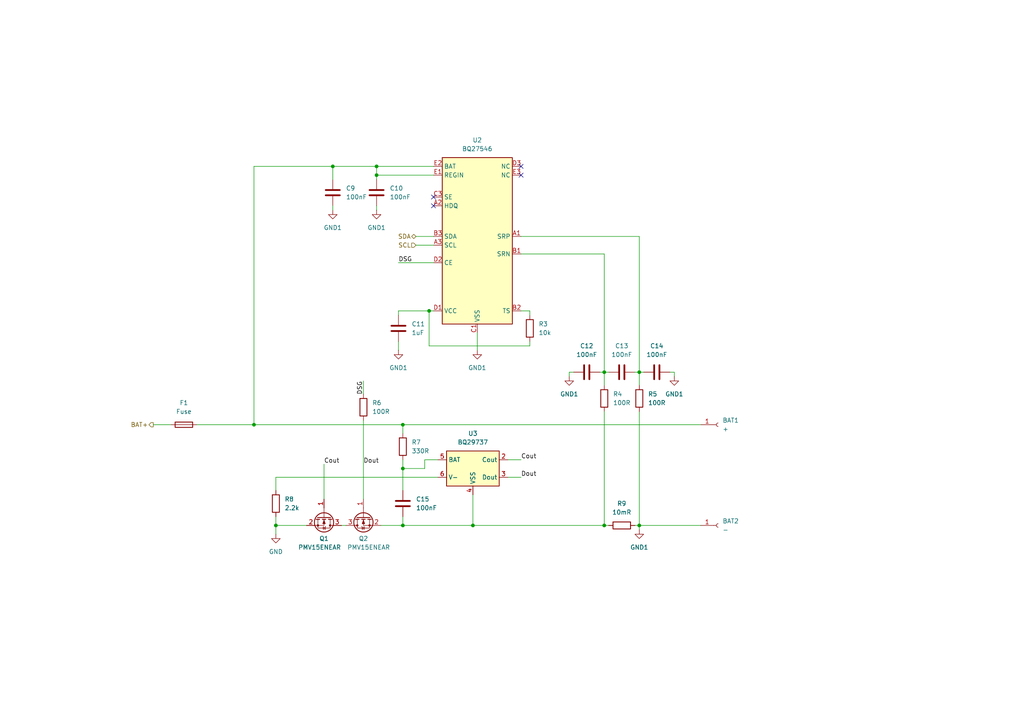
<source format=kicad_sch>
(kicad_sch (version 20231120) (generator "eeschema") (generator_version "8.0")
  (paper "A4")
  (lib_symbols
    (symbol "Battery_Management:BQ297xy"
      (property "Reference" "U" (at -6.35 6.35 0))
      (property "Value" "BQ297xy" (at 5.08 -6.35 0))
      (symbol "BQ297xy_0_1"
        (rectangle (start -7.62 5.08) (end 7.62 -5.08) (stroke (width 0.254)) (fill (type background)))
      )
      (symbol "BQ297xy_1_1"
        (pin no_connect line (at 7.62 0 180) (length 2.54) hide (name "NC") (number "1"))
        (pin output line (at 10.16 2.54 180) (length 2.54) (name "Cout") (number "2"))
        (pin output line (at 10.16 -2.54 180) (length 2.54) (name "Dout") (number "3"))
        (pin power_in line (at 0 -7.62 90) (length 2.54) (name "VSS") (number "4"))
        (pin input line (at -10.16 2.54 0) (length 2.54) (name "BAT") (number "5"))
        (pin input line (at -10.16 -2.54 0) (length 2.54) (name "V-") (number "6"))
      )
    )
    (symbol "Connector:Conn_01x01_Socket" (pin_names (offset 1.016) hide)
      (property "Reference" "J" (at 0 2.54 0))
      (property "Value" "Conn_01x01_Socket" (at 0 -2.54 0))
      (symbol "Conn_01x01_Socket_1_1"
        (polyline (pts (xy -1.27 0) (xy -0.508 0)) (stroke (width 0.1524)))
        (arc (start 0 0.508) (mid -0.5058 0) (end 0 -0.508) (stroke (width 0.1524)))
        (pin passive line (at -5.08 0 0) (length 3.81) (name "Pin_1") (number "1"))
      )
    )
    (symbol "Device:C" (pin_numbers hide) (pin_names (offset 0.254))
      (property "Reference" "C" (at 0.635 2.54 0))
      (property "Value" "C" (at 0.635 -2.54 0))
      (symbol "C_0_1"
        (polyline (pts (xy -2.032 -0.762) (xy 2.032 -0.762)) (stroke (width 0.508)))
        (polyline (pts (xy -2.032 0.762) (xy 2.032 0.762)) (stroke (width 0.508)))
      )
      (symbol "C_1_1"
        (pin passive line (at 0 3.81 270) (length 2.794) (name "~") (number "1"))
        (pin passive line (at 0 -3.81 90) (length 2.794) (name "~") (number "2"))
      )
    )
    (symbol "Device:Fuse" (pin_numbers hide) (pin_names (offset 0))
      (property "Reference" "F" (at 2.032 0 90))
      (property "Value" "Fuse" (at -1.905 0 90))
      (symbol "Fuse_0_1"
        (rectangle (start -0.762 -2.54) (end 0.762 2.54) (stroke (width 0.254)))
        (polyline (pts (xy 0 2.54) (xy 0 -2.54)))
      )
      (symbol "Fuse_1_1"
        (pin passive line (at 0 3.81 270) (length 1.27) (name "~") (number "1"))
        (pin passive line (at 0 -3.81 90) (length 1.27) (name "~") (number "2"))
      )
    )
    (symbol "Device:R" (pin_numbers hide) (pin_names (offset 0))
      (property "Reference" "R" (at 2.032 0 90))
      (property "Value" "R" (at 0 0 90))
      (symbol "R_0_1"
        (rectangle (start -1.016 -2.54) (end 1.016 2.54) (stroke (width 0.254)))
      )
      (symbol "R_1_1"
        (pin passive line (at 0 3.81 270) (length 1.27) (name "~") (number "1"))
        (pin passive line (at 0 -3.81 90) (length 1.27) (name "~") (number "2"))
      )
    )
    (symbol "Transistor_FET:2N7002" (pin_names hide)
      (property "Reference" "Q" (at 5.08 1.905 0))
      (property "Value" "2N7002" (at 5.08 0 0))
      (symbol "2N7002_0_1"
        (polyline (pts (xy 0.254 0) (xy -2.54 0)))
        (polyline (pts (xy 0.254 1.905) (xy 0.254 -1.905)) (stroke (width 0.254)))
        (polyline (pts (xy 0.762 -1.27) (xy 0.762 -2.286)) (stroke (width 0.254)))
        (polyline (pts (xy 0.762 0.508) (xy 0.762 -0.508)) (stroke (width 0.254)))
        (polyline (pts (xy 0.762 2.286) (xy 0.762 1.27)) (stroke (width 0.254)))
        (polyline (pts (xy 2.54 2.54) (xy 2.54 1.778)))
        (polyline (pts (xy 2.54 -2.54) (xy 2.54 0) (xy 0.762 0)))
        (polyline (pts (xy 0.762 -1.778) (xy 3.302 -1.778) (xy 3.302 1.778) (xy 0.762 1.778)))
        (polyline (pts (xy 1.016 0) (xy 2.032 0.381) (xy 2.032 -0.381) (xy 1.016 0)) (fill (type outline)))
        (polyline (pts (xy 2.794 0.508) (xy 2.921 0.381) (xy 3.683 0.381) (xy 3.81 0.254)))
        (polyline (pts (xy 3.302 0.381) (xy 2.921 -0.254) (xy 3.683 -0.254) (xy 3.302 0.381)))
        (circle (center 1.651 0) (radius 2.794) (stroke (width 0.254)))
        (circle (center 2.54 -1.778) (radius 0.254) (fill (type outline)))
        (circle (center 2.54 1.778) (radius 0.254) (fill (type outline)))
      )
      (symbol "2N7002_1_1"
        (pin input line (at -5.08 0 0) (length 2.54) (name "G") (number "1"))
        (pin passive line (at 2.54 -5.08 90) (length 2.54) (name "S") (number "2"))
        (pin passive line (at 2.54 5.08 270) (length 2.54) (name "D") (number "3"))
      )
    )
    (symbol "charge-ic:BQ27546"
      (property "Reference" "U" (at -8.89 26.67 0))
      (property "Value" "BQ27546" (at 6.35 26.67 0))
      (symbol "BQ27546_0_1"
        (rectangle (start -10.16 25.4) (end 10.16 -22.86) (stroke (width 0.254)) (fill (type background)))
      )
      (symbol "BQ27546_1_1"
        (pin input line (at 12.7 2.54 180) (length 2.54) (name "SRP") (number "A1"))
        (pin bidirectional line (at -12.7 11.43 0) (length 2.54) (name "HDQ") (number "A2"))
        (pin input line (at -12.7 0 0) (length 2.54) (name "SCL") (number "A3"))
        (pin input line (at 12.7 -2.54 180) (length 2.54) (name "SRN") (number "B1"))
        (pin passive line (at 12.7 -19.05 180) (length 2.54) (name "TS") (number "B2"))
        (pin bidirectional line (at -12.7 2.54 0) (length 2.54) (name "SDA") (number "B3"))
        (pin power_in line (at 0 -25.4 90) (length 2.54) (name "VSS") (number "C1"))
        (pin power_in line (at 0 -25.4 90) (length 2.54) hide (name "VSS") (number "C2"))
        (pin open_collector line (at -12.7 13.97 0) (length 2.54) (name "SE") (number "C3"))
        (pin input line (at -12.7 -19.05 0) (length 2.54) (name "VCC") (number "D1"))
        (pin input line (at -12.7 -5.08 0) (length 2.54) (name "CE") (number "D2"))
        (pin passive line (at 12.7 22.86 180) (length 2.54) (name "NC") (number "D3"))
        (pin power_in line (at -12.7 20.32 0) (length 2.54) (name "REGIN") (number "E1"))
        (pin input line (at -12.7 22.86 0) (length 2.54) (name "BAT") (number "E2"))
        (pin passive line (at 12.7 20.32 180) (length 2.54) (name "NC") (number "E3"))
      )
    )
    (symbol "power:GND" (power) (pin_numbers hide) (pin_names (offset 0) hide)
      (property "Value" "GND" (at 0 -3.81 0))
      (symbol "GND_0_1"
        (polyline (pts (xy 0 0) (xy 0 -1.27) (xy 1.27 -1.27) (xy 0 -2.54) (xy -1.27 -1.27) (xy 0 -1.27)))
      )
      (symbol "GND_1_1"
        (pin power_in line (at 0 0 270) (length 0) (name "~") (number "1"))
      )
    )
    (symbol "power:GND1" (power) (pin_numbers hide) (pin_names (offset 0) hide)
      (property "Value" "GND1" (at 0 -3.81 0))
      (symbol "GND1_0_1"
        (polyline (pts (xy 0 0) (xy 0 -1.27) (xy 1.27 -1.27) (xy 0 -2.54) (xy -1.27 -1.27) (xy 0 -1.27)))
      )
      (symbol "GND1_1_1"
        (pin power_in line (at 0 0 270) (length 0) (name "~") (number "1"))
      )
    )
  )
  (junction (at 80.01 152.4))
  (junction (at 116.84 135.89))
  (junction (at 175.26 152.4))
  (junction (at 109.22 50.8))
  (junction (at 137.16 152.4))
  (junction (at 73.66 123.19))
  (junction (at 185.42 107.95))
  (junction (at 109.22 48.26))
  (junction (at 124.46 90.17))
  (junction (at 96.52 48.26))
  (junction (at 116.84 152.4))
  (junction (at 116.84 123.19))
  (junction (at 185.42 152.4))
  (junction (at 175.26 107.95))
  (no_connect (at 151.13 50.8))
  (no_connect (at 151.13 48.26))
  (no_connect (at 125.73 57.15))
  (no_connect (at 125.73 59.69))
  (wire (pts (xy 194.31 107.95) (xy 195.58 107.95)))
  (wire (pts (xy 184.15 107.95) (xy 185.42 107.95)))
  (wire (pts (xy 96.52 59.69) (xy 96.52 60.96)))
  (wire (pts (xy 109.22 48.26) (xy 96.52 48.26)))
  (wire (pts (xy 175.26 152.4) (xy 176.53 152.4)))
  (wire (pts (xy 80.01 152.4) (xy 88.9 152.4)))
  (wire (pts (xy 110.49 152.4) (xy 116.84 152.4)))
  (wire (pts (xy 166.37 107.95) (xy 165.1 107.95)))
  (wire (pts (xy 116.84 152.4) (xy 137.16 152.4)))
  (wire (pts (xy 173.99 107.95) (xy 175.26 107.95)))
  (wire (pts (xy 175.26 73.66) (xy 151.13 73.66)))
  (wire (pts (xy 115.57 90.17) (xy 115.57 91.44)))
  (wire (pts (xy 105.41 121.92) (xy 105.41 144.78)))
  (wire (pts (xy 147.32 133.35) (xy 151.13 133.35)))
  (wire (pts (xy 116.84 125.73) (xy 116.84 123.19)))
  (wire (pts (xy 99.06 152.4) (xy 100.33 152.4)))
  (wire (pts (xy 115.57 99.06) (xy 115.57 101.6)))
  (wire (pts (xy 184.15 152.4) (xy 185.42 152.4)))
  (wire (pts (xy 185.42 152.4) (xy 185.42 153.67)))
  (wire (pts (xy 123.19 135.89) (xy 123.19 133.35)))
  (wire (pts (xy 120.65 71.12) (xy 125.73 71.12)))
  (wire (pts (xy 73.66 48.26) (xy 73.66 123.19)))
  (wire (pts (xy 116.84 149.86) (xy 116.84 152.4)))
  (wire (pts (xy 116.84 123.19) (xy 203.2 123.19)))
  (wire (pts (xy 80.01 138.43) (xy 127 138.43)))
  (wire (pts (xy 151.13 68.58) (xy 185.42 68.58)))
  (wire (pts (xy 109.22 50.8) (xy 125.73 50.8)))
  (wire (pts (xy 151.13 90.17) (xy 153.67 90.17)))
  (wire (pts (xy 80.01 152.4) (xy 80.01 154.94)))
  (wire (pts (xy 153.67 100.33) (xy 124.46 100.33)))
  (wire (pts (xy 109.22 59.69) (xy 109.22 60.96)))
  (wire (pts (xy 175.26 107.95) (xy 176.53 107.95)))
  (wire (pts (xy 123.19 133.35) (xy 127 133.35)))
  (wire (pts (xy 175.26 73.66) (xy 175.26 107.95)))
  (wire (pts (xy 124.46 90.17) (xy 115.57 90.17)))
  (wire (pts (xy 175.26 119.38) (xy 175.26 152.4)))
  (wire (pts (xy 96.52 48.26) (xy 96.52 52.07)))
  (wire (pts (xy 93.98 134.62) (xy 93.98 144.78)))
  (wire (pts (xy 109.22 52.07) (xy 109.22 50.8)))
  (wire (pts (xy 96.52 48.26) (xy 73.66 48.26)))
  (wire (pts (xy 185.42 107.95) (xy 185.42 111.76)))
  (wire (pts (xy 124.46 90.17) (xy 124.46 100.33)))
  (wire (pts (xy 73.66 123.19) (xy 116.84 123.19)))
  (wire (pts (xy 80.01 138.43) (xy 80.01 142.24)))
  (wire (pts (xy 165.1 107.95) (xy 165.1 109.22)))
  (wire (pts (xy 185.42 152.4) (xy 203.2 152.4)))
  (wire (pts (xy 116.84 135.89) (xy 116.84 142.24)))
  (wire (pts (xy 57.15 123.19) (xy 73.66 123.19)))
  (wire (pts (xy 138.43 96.52) (xy 138.43 101.6)))
  (wire (pts (xy 44.45 123.19) (xy 49.53 123.19)))
  (wire (pts (xy 116.84 133.35) (xy 116.84 135.89)))
  (wire (pts (xy 153.67 90.17) (xy 153.67 91.44)))
  (wire (pts (xy 115.57 76.2) (xy 125.73 76.2)))
  (wire (pts (xy 116.84 135.89) (xy 123.19 135.89)))
  (wire (pts (xy 153.67 99.06) (xy 153.67 100.33)))
  (wire (pts (xy 147.32 138.43) (xy 151.13 138.43)))
  (wire (pts (xy 105.41 110.49) (xy 105.41 114.3)))
  (wire (pts (xy 185.42 119.38) (xy 185.42 152.4)))
  (wire (pts (xy 109.22 48.26) (xy 109.22 50.8)))
  (wire (pts (xy 137.16 143.51) (xy 137.16 152.4)))
  (wire (pts (xy 195.58 107.95) (xy 195.58 109.22)))
  (wire (pts (xy 175.26 107.95) (xy 175.26 111.76)))
  (wire (pts (xy 120.65 68.58) (xy 125.73 68.58)))
  (wire (pts (xy 125.73 48.26) (xy 109.22 48.26)))
  (wire (pts (xy 125.73 90.17) (xy 124.46 90.17)))
  (wire (pts (xy 185.42 68.58) (xy 185.42 107.95)))
  (wire (pts (xy 80.01 149.86) (xy 80.01 152.4)))
  (wire (pts (xy 137.16 152.4) (xy 175.26 152.4)))
  (wire (pts (xy 185.42 107.95) (xy 186.69 107.95)))
  (label "Dout" (at 105.41 134.62 0))
  (label "Cout" (at 151.13 133.35 0))
  (label "Dout" (at 151.13 138.43 0))
  (label "Cout" (at 93.98 134.62 0))
  (label "DSG" (at 115.57 76.2 0))
  (label "DSG" (at 105.41 110.49 270))
  (hierarchical_label "BAT+" (shape output) (at 44.45 123.19 180))
  (hierarchical_label "SDA" (shape bidirectional) (at 120.65 68.58 180))
  (hierarchical_label "SCL" (shape input) (at 120.65 71.12 180))
  (symbol (lib_id "Connector:Conn_01x01_Socket") (at 208.28 123.19 0) (unit 1)
    (property "Reference" "BAT1" (at 209.55 121.9199 0) (effects (justify left)))
    (property "Value" "+" (at 209.55 124.4599 0) (effects (justify left)))
    (property "Footprint" "Connector_Wire:SolderWire-0.5sqmm_1x01_D0.9mm_OD2.1mm" (effects (hide yes)))
    (property "Description" "Generic connector, single row, 01x01, script generated" (effects (hide yes)))
  )
  (symbol (lib_id "power:GND1") (at 138.43 101.6 0) (unit 1)
    (property "Reference" "#PWR014" (effects (hide yes)))
    (property "Value" "GND1" (at 138.43 106.68 0))
    (property "Description" "Power symbol creates a global label with name \"GND1\" , ground" (effects (hide yes)))
  )
  (symbol (lib_id "Device:R") (at 175.26 115.57 180) (unit 1)
    (property "Reference" "R4" (at 177.8 114.2999 0) (effects (justify right)))
    (property "Value" "100R" (at 177.8 116.8399 0) (effects (justify right)))
    (property "Footprint" "Resistor_SMD:R_0603_1608Metric" (effects (hide yes)))
    (property "Description" "Resistor" (effects (hide yes)))
  )
  (symbol (lib_id "Device:Fuse") (at 53.34 123.19 90) (unit 1)
    (property "Reference" "F1" (at 53.34 116.84 90))
    (property "Value" "Fuse" (at 53.34 119.38 90))
    (property "Footprint" "Fuse:Fuse_1206_3216Metric" (effects (hide yes)))
    (property "Description" "Fuse" (effects (hide yes)))
  )
  (symbol (lib_id "Device:C") (at 170.18 107.95 90) (unit 1)
    (property "Reference" "C12" (at 170.18 100.33 90))
    (property "Value" "100nF" (at 170.18 102.87 90))
    (property "Footprint" "Capacitor_SMD:C_0603_1608Metric" (effects (hide yes)))
    (property "Description" "Unpolarized capacitor" (effects (hide yes)))
  )
  (symbol (lib_id "power:GND1") (at 115.57 101.6 0) (unit 1)
    (property "Reference" "#PWR013" (effects (hide yes)))
    (property "Value" "GND1" (at 115.57 106.68 0))
    (property "Description" "Power symbol creates a global label with name \"GND1\" , ground" (effects (hide yes)))
  )
  (symbol (lib_id "power:GND1") (at 195.58 109.22 0) (unit 1)
    (property "Reference" "#PWR016" (effects (hide yes)))
    (property "Value" "GND1" (at 195.58 114.3 0))
    (property "Description" "Power symbol creates a global label with name \"GND1\" , ground" (effects (hide yes)))
  )
  (symbol (lib_id "Device:C") (at 190.5 107.95 90) (unit 1)
    (property "Reference" "C14" (at 190.5 100.33 90))
    (property "Value" "100nF" (at 190.5 102.87 90))
    (property "Footprint" "Capacitor_SMD:C_0603_1608Metric" (effects (hide yes)))
    (property "Description" "Unpolarized capacitor" (effects (hide yes)))
  )
  (symbol (lib_id "Device:C") (at 96.52 55.88 0) (unit 1)
    (property "Reference" "C9" (at 100.33 54.6099 0) (effects (justify left)))
    (property "Value" "100nF" (at 100.33 57.1499 0) (effects (justify left)))
    (property "Footprint" "Capacitor_SMD:C_0603_1608Metric" (effects (hide yes)))
    (property "Description" "Unpolarized capacitor" (effects (hide yes)))
  )
  (symbol (lib_id "Device:R") (at 105.41 118.11 0) (unit 1)
    (property "Reference" "R6" (at 107.95 116.8399 0) (effects (justify left)))
    (property "Value" "100R" (at 107.95 119.3799 0) (effects (justify left)))
    (property "Footprint" "Resistor_SMD:R_0603_1608Metric" (effects (hide yes)))
    (property "Description" "Resistor" (effects (hide yes)))
  )
  (symbol (lib_id "Device:R") (at 153.67 95.25 0) (unit 1)
    (property "Reference" "R3" (at 156.21 93.9799 0) (effects (justify left)))
    (property "Value" "10k" (at 156.21 96.5199 0) (effects (justify left)))
    (property "Footprint" "Resistor_SMD:R_0603_1608Metric" (effects (hide yes)))
    (property "Description" "Resistor" (effects (hide yes)))
  )
  (symbol (lib_id "Transistor_FET:2N7002") (at 105.41 149.86 90) (mirror x) (unit 1)
    (property "Reference" "Q2" (at 105.41 156.21 90))
    (property "Value" "PMV15ENEAR" (at 106.934 158.75 90))
    (property "Footprint" "Package_TO_SOT_SMD:SOT-23" (effects (hide yes)))
  )
  (symbol (lib_id "Connector:Conn_01x01_Socket") (at 208.28 152.4 0) (unit 1)
    (property "Reference" "BAT2" (at 209.55 151.1299 0) (effects (justify left)))
    (property "Value" "-" (at 209.55 153.6699 0) (effects (justify left)))
    (property "Footprint" "Connector_Wire:SolderWire-0.5sqmm_1x01_D0.9mm_OD2.1mm" (effects (hide yes)))
    (property "Description" "Generic connector, single row, 01x01, script generated" (effects (hide yes)))
  )
  (symbol (lib_id "power:GND1") (at 185.42 153.67 0) (unit 1)
    (property "Reference" "#PWR017" (effects (hide yes)))
    (property "Value" "GND1" (at 185.42 158.75 0))
    (property "Description" "Power symbol creates a global label with name \"GND1\" , ground" (effects (hide yes)))
  )
  (symbol (lib_id "Battery_Management:BQ297xy") (at 137.16 135.89 0) (unit 1)
    (property "Reference" "U3" (at 137.16 125.73 0))
    (property "Value" "BQ29737" (at 137.16 128.27 0))
    (property "Footprint" "Package_SON:WSON-6_1.5x1.5mm_P0.5mm" (effects (hide yes)))
    (property "Datasheet" "http://www.ti.com/lit/ds/symlink/bq2970.pdf" (effects (hide yes)))
    (property "Description" "Voltage and Current Protection for Single-Cell Li-Ion and Li-Polymer Batteries" (effects (hide yes)))
  )
  (symbol (lib_id "power:GND") (at 80.01 154.94 0) (unit 1)
    (property "Reference" "#PWR018" (effects (hide yes)))
    (property "Value" "GND" (at 80.01 160.02 0))
    (property "Description" "Power symbol creates a global label with name \"GND\" , ground" (effects (hide yes)))
  )
  (symbol (lib_id "Device:R") (at 116.84 129.54 0) (unit 1)
    (property "Reference" "R7" (at 119.38 128.2699 0) (effects (justify left)))
    (property "Value" "330R" (at 119.38 130.8099 0) (effects (justify left)))
    (property "Footprint" "Resistor_SMD:R_0603_1608Metric" (effects (hide yes)))
    (property "Description" "Resistor" (effects (hide yes)))
  )
  (symbol (lib_id "charge-ic:BQ27546") (at 138.43 71.12 0) (unit 1)
    (property "Reference" "U2" (at 138.43 40.64 0))
    (property "Value" "BQ27546" (at 138.43 43.18 0))
    (property "Footprint" "radtke:DSBGA-15_1.95x2.6mm_P0.5mm_special" (effects (hide yes)))
    (property "Datasheet" "https://www.ti.com/de/lit/gpn/bq27546-g1" (effects (hide yes)))
    (property "Description" "bq27546-G1 Single-Cell Li-Ion Battery Fuel Gauge for Battery Pack Integration" (effects (hide yes)))
  )
  (symbol (lib_id "power:GND1") (at 109.22 60.96 0) (unit 1)
    (property "Reference" "#PWR012" (effects (hide yes)))
    (property "Value" "GND1" (at 109.22 66.04 0))
    (property "Description" "Power symbol creates a global label with name \"GND1\" , ground" (effects (hide yes)))
  )
  (symbol (lib_id "Device:R") (at 180.34 152.4 90) (unit 1)
    (property "Reference" "R9" (at 180.34 146.05 90))
    (property "Value" "10mR" (at 180.34 148.59 90))
    (property "Footprint" "Resistor_SMD:R_0805_2012Metric" (effects (hide yes)))
    (property "Description" "Resistor" (effects (hide yes)))
  )
  (symbol (lib_id "Device:C") (at 116.84 146.05 0) (unit 1)
    (property "Reference" "C15" (at 120.65 144.7799 0) (effects (justify left)))
    (property "Value" "100nF" (at 120.65 147.3199 0) (effects (justify left)))
    (property "Footprint" "Capacitor_SMD:C_0603_1608Metric" (effects (hide yes)))
    (property "Description" "Unpolarized capacitor" (effects (hide yes)))
  )
  (symbol (lib_id "power:GND1") (at 165.1 109.22 0) (unit 1)
    (property "Reference" "#PWR015" (effects (hide yes)))
    (property "Value" "GND1" (at 165.1 114.3 0))
    (property "Description" "Power symbol creates a global label with name \"GND1\" , ground" (effects (hide yes)))
  )
  (symbol (lib_id "Device:C") (at 115.57 95.25 0) (unit 1)
    (property "Reference" "C11" (at 119.38 93.9799 0) (effects (justify left)))
    (property "Value" "1uF" (at 119.38 96.5199 0) (effects (justify left)))
    (property "Footprint" "Capacitor_SMD:C_0603_1608Metric" (effects (hide yes)))
    (property "Description" "Unpolarized capacitor" (effects (hide yes)))
  )
  (symbol (lib_id "power:GND1") (at 96.52 60.96 0) (unit 1)
    (property "Reference" "#PWR011" (effects (hide yes)))
    (property "Value" "GND1" (at 96.52 66.04 0))
    (property "Description" "Power symbol creates a global label with name \"GND1\" , ground" (effects (hide yes)))
  )
  (symbol (lib_id "Device:C") (at 109.22 55.88 0) (unit 1)
    (property "Reference" "C10" (at 113.03 54.6099 0) (effects (justify left)))
    (property "Value" "100nF" (at 113.03 57.1499 0) (effects (justify left)))
    (property "Footprint" "Capacitor_SMD:C_0603_1608Metric" (effects (hide yes)))
    (property "Description" "Unpolarized capacitor" (effects (hide yes)))
  )
  (symbol (lib_id "Device:C") (at 180.34 107.95 90) (unit 1)
    (property "Reference" "C13" (at 180.34 100.33 90))
    (property "Value" "100nF" (at 180.34 102.87 90))
    (property "Footprint" "Capacitor_SMD:C_0603_1608Metric" (effects (hide yes)))
    (property "Description" "Unpolarized capacitor" (effects (hide yes)))
  )
  (symbol (lib_id "Device:R") (at 80.01 146.05 0) (unit 1)
    (property "Reference" "R8" (at 82.55 144.7799 0) (effects (justify left)))
    (property "Value" "2.2k" (at 82.55 147.3199 0) (effects (justify left)))
    (property "Footprint" "Resistor_SMD:R_0603_1608Metric" (effects (hide yes)))
    (property "Description" "Resistor" (effects (hide yes)))
  )
  (symbol (lib_id "Device:R") (at 185.42 115.57 180) (unit 1)
    (property "Reference" "R5" (at 187.96 114.2999 0) (effects (justify right)))
    (property "Value" "100R" (at 187.96 116.8399 0) (effects (justify right)))
    (property "Footprint" "Resistor_SMD:R_0603_1608Metric" (effects (hide yes)))
    (property "Description" "Resistor" (effects (hide yes)))
  )
  (symbol (lib_id "Transistor_FET:2N7002") (at 93.98 149.86 270) (unit 1)
    (property "Reference" "Q1" (at 93.98 156.21 90))
    (property "Value" "PMV15ENEAR" (at 92.71 158.75 90))
    (property "Footprint" "Package_TO_SOT_SMD:SOT-23" (effects (hide yes)))
  )
)
</source>
